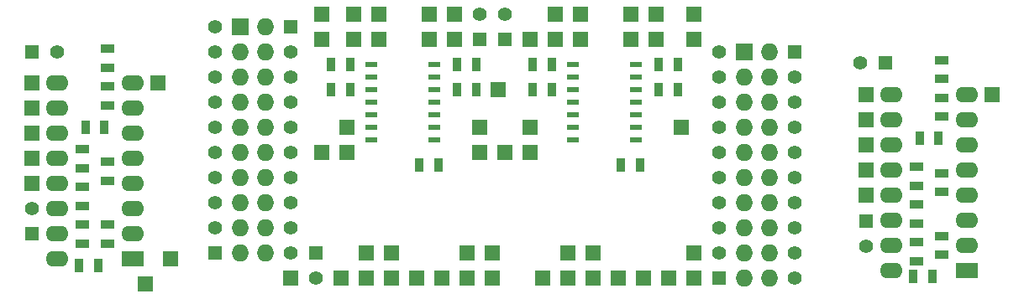
<source format=gbs>
G04 (created by PCBNEW (2013-07-07 BZR 4022)-stable) date 02/09/2014 18:49:16*
%MOIN*%
G04 Gerber Fmt 3.4, Leading zero omitted, Abs format*
%FSLAX34Y34*%
G01*
G70*
G90*
G04 APERTURE LIST*
%ADD10C,0.00393701*%
%ADD11R,0.068X0.068*%
%ADD12O,0.068X0.068*%
%ADD13R,0.055X0.055*%
%ADD14C,0.055*%
%ADD15R,0.035X0.055*%
%ADD16R,0.055X0.035*%
%ADD17R,0.045X0.02*%
%ADD18R,0.06X0.06*%
%ADD19R,0.09X0.062*%
%ADD20O,0.09X0.062*%
G04 APERTURE END LIST*
G54D10*
G54D11*
X49000Y-24500D03*
G54D12*
X50000Y-24500D03*
X49000Y-25500D03*
X50000Y-25500D03*
X49000Y-26500D03*
X50000Y-26500D03*
X49000Y-27500D03*
X50000Y-27500D03*
X49000Y-28500D03*
X50000Y-28500D03*
X49000Y-29500D03*
X50000Y-29500D03*
X49000Y-30500D03*
X50000Y-30500D03*
X49000Y-31500D03*
X50000Y-31500D03*
X49000Y-32500D03*
X50000Y-32500D03*
X49000Y-33500D03*
X50000Y-33500D03*
G54D11*
X69000Y-25500D03*
G54D12*
X70000Y-25500D03*
X69000Y-26500D03*
X70000Y-26500D03*
X69000Y-27500D03*
X70000Y-27500D03*
X69000Y-28500D03*
X70000Y-28500D03*
X69000Y-29500D03*
X70000Y-29500D03*
X69000Y-30500D03*
X70000Y-30500D03*
X69000Y-31500D03*
X70000Y-31500D03*
X69000Y-32500D03*
X70000Y-32500D03*
X69000Y-33500D03*
X70000Y-33500D03*
X69000Y-34500D03*
X70000Y-34500D03*
G54D13*
X51000Y-24500D03*
G54D14*
X51000Y-25500D03*
X51000Y-26500D03*
X51000Y-27500D03*
X51000Y-28500D03*
X51000Y-29500D03*
X51000Y-30500D03*
X51000Y-31500D03*
X51000Y-32500D03*
X51000Y-33500D03*
G54D13*
X48000Y-33500D03*
G54D14*
X48000Y-32500D03*
X48000Y-31500D03*
X48000Y-30500D03*
X48000Y-29500D03*
X48000Y-28500D03*
X48000Y-27500D03*
X48000Y-26500D03*
X48000Y-25500D03*
X48000Y-24500D03*
G54D13*
X71000Y-25500D03*
G54D14*
X71000Y-26500D03*
X71000Y-27500D03*
X71000Y-28500D03*
X71000Y-29500D03*
X71000Y-30500D03*
X71000Y-31500D03*
X71000Y-32500D03*
X71000Y-33500D03*
X71000Y-34500D03*
G54D13*
X68000Y-34500D03*
G54D14*
X68000Y-33500D03*
X68000Y-32500D03*
X68000Y-31500D03*
X68000Y-30500D03*
X68000Y-29500D03*
X68000Y-28500D03*
X68000Y-27500D03*
X68000Y-26500D03*
X68000Y-25500D03*
G54D13*
X58500Y-25000D03*
G54D14*
X58500Y-24000D03*
G54D13*
X52000Y-33500D03*
G54D14*
X52000Y-34500D03*
G54D13*
X59500Y-25000D03*
G54D14*
X59500Y-24000D03*
G54D15*
X75725Y-34450D03*
X76475Y-34450D03*
X76725Y-28950D03*
X75975Y-28950D03*
G54D16*
X75850Y-32325D03*
X75850Y-31575D03*
X75850Y-30825D03*
X75850Y-30075D03*
X76850Y-28075D03*
X76850Y-27325D03*
X76850Y-26575D03*
X76850Y-25825D03*
X76850Y-31075D03*
X76850Y-30325D03*
X76850Y-33575D03*
X76850Y-32825D03*
X75850Y-33825D03*
X75850Y-33075D03*
X43750Y-26125D03*
X43750Y-25375D03*
X43750Y-27625D03*
X43750Y-26875D03*
X42750Y-30125D03*
X42750Y-29375D03*
X42750Y-31625D03*
X42750Y-30875D03*
G54D15*
X43625Y-28500D03*
X42875Y-28500D03*
X42625Y-34000D03*
X43375Y-34000D03*
G54D16*
X43750Y-30625D03*
X43750Y-29875D03*
X43750Y-33125D03*
X43750Y-32375D03*
X42750Y-33125D03*
X42750Y-32375D03*
G54D15*
X64875Y-30000D03*
X64125Y-30000D03*
X60625Y-27000D03*
X61375Y-27000D03*
X60625Y-26000D03*
X61375Y-26000D03*
X65625Y-27000D03*
X66375Y-27000D03*
X65625Y-26000D03*
X66375Y-26000D03*
G54D17*
X62200Y-29000D03*
X62200Y-28500D03*
X62200Y-28000D03*
X62200Y-27500D03*
X62200Y-27000D03*
X62200Y-26500D03*
X62200Y-26000D03*
X64700Y-26000D03*
X64700Y-26500D03*
X64700Y-27500D03*
X64700Y-28000D03*
X64700Y-28500D03*
X64700Y-29000D03*
X64700Y-27000D03*
G54D15*
X56875Y-30000D03*
X56125Y-30000D03*
X52625Y-27000D03*
X53375Y-27000D03*
X52625Y-26000D03*
X53375Y-26000D03*
X57625Y-27000D03*
X58375Y-27000D03*
X57625Y-26000D03*
X58375Y-26000D03*
G54D17*
X54200Y-29000D03*
X54200Y-28500D03*
X54200Y-28000D03*
X54200Y-27500D03*
X54200Y-27000D03*
X54200Y-26500D03*
X54200Y-26000D03*
X56700Y-26000D03*
X56700Y-26500D03*
X56700Y-27500D03*
X56700Y-28000D03*
X56700Y-28500D03*
X56700Y-29000D03*
X56700Y-27000D03*
G54D18*
X46250Y-33750D03*
X73850Y-31200D03*
X78850Y-27200D03*
X73850Y-27200D03*
X73850Y-30200D03*
X73850Y-28200D03*
X73850Y-29200D03*
X40750Y-28750D03*
X40750Y-30750D03*
X45750Y-26750D03*
X40750Y-26750D03*
X40750Y-29750D03*
X40750Y-27750D03*
X52250Y-24000D03*
X60500Y-25000D03*
X64500Y-24000D03*
X64500Y-25000D03*
X62500Y-25000D03*
X62500Y-24000D03*
X56500Y-24000D03*
X56500Y-25000D03*
X60500Y-28500D03*
X66500Y-28500D03*
X53250Y-28500D03*
X52250Y-25000D03*
X61500Y-24000D03*
X61500Y-25000D03*
X65500Y-24000D03*
X65500Y-25000D03*
X53500Y-24000D03*
X53500Y-25000D03*
X67000Y-33500D03*
X63000Y-33500D03*
X62000Y-33500D03*
X58000Y-33500D03*
X59000Y-33500D03*
X55000Y-33500D03*
X54000Y-33500D03*
X67000Y-34500D03*
X66000Y-34500D03*
X63000Y-34500D03*
X62000Y-34500D03*
X59000Y-34500D03*
X58000Y-34500D03*
X54000Y-34500D03*
X55000Y-34500D03*
X64000Y-34500D03*
X51000Y-34500D03*
X65000Y-34500D03*
X61000Y-34500D03*
X60500Y-29500D03*
X53000Y-34500D03*
X57000Y-34500D03*
X67000Y-24000D03*
X58500Y-29500D03*
X53250Y-29500D03*
X54500Y-25000D03*
X54500Y-24000D03*
X58500Y-28500D03*
X57500Y-24000D03*
X57500Y-25000D03*
X59250Y-27000D03*
X67000Y-25000D03*
X56000Y-34500D03*
X59500Y-29500D03*
X52250Y-29500D03*
G54D13*
X40750Y-32750D03*
G54D14*
X40750Y-31750D03*
G54D13*
X74600Y-25950D03*
G54D14*
X73600Y-25950D03*
G54D13*
X73850Y-32250D03*
G54D14*
X73850Y-33250D03*
G54D13*
X40750Y-25500D03*
G54D14*
X41750Y-25500D03*
G54D19*
X77850Y-34200D03*
G54D20*
X77850Y-33200D03*
X77850Y-32200D03*
X77850Y-31200D03*
X77850Y-30200D03*
X77850Y-29200D03*
X77850Y-28200D03*
X77850Y-27200D03*
X74850Y-27200D03*
X74850Y-28200D03*
X74850Y-29200D03*
X74850Y-30200D03*
X74850Y-31200D03*
X74850Y-32200D03*
X74850Y-33200D03*
X74850Y-34200D03*
G54D19*
X44750Y-33750D03*
G54D20*
X44750Y-32750D03*
X44750Y-31750D03*
X44750Y-30750D03*
X44750Y-29750D03*
X44750Y-28750D03*
X44750Y-27750D03*
X44750Y-26750D03*
X41750Y-26750D03*
X41750Y-27750D03*
X41750Y-28750D03*
X41750Y-29750D03*
X41750Y-30750D03*
X41750Y-31750D03*
X41750Y-32750D03*
X41750Y-33750D03*
G54D18*
X45250Y-34750D03*
M02*

</source>
